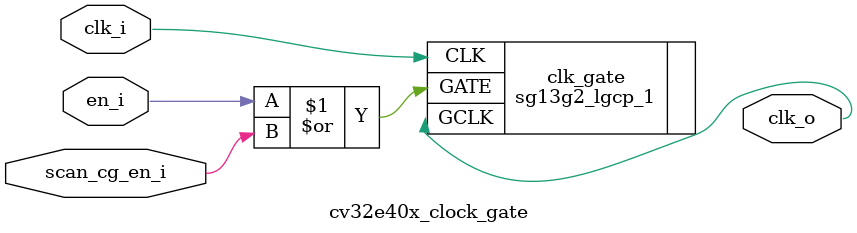
<source format=sv>


module cv32e40x_clock_gate
#(
  parameter LIB = 0
  )
(
    input  logic clk_i,
    input  logic en_i,
    input  logic scan_cg_en_i,
    output logic clk_o
  );

  /*sky130_fd_sc_hd__dlclkp_4 clk_gate (
    `ifdef USE_POWER_PINS
    .VPWR(1'b1),
    .VGND(1'b0),
    .VPB (1'b1),
    .VNB (1'b0),
    `endif
    .CLK(clk_i),
    .GATE(en_i | scan_cg_en_i),
    .GCLK(clk_o)
  );*/  
  
  sg13g2_lgcp_1 clk_gate (
      .CLK      (clk_i),
      .GATE     (en_i | scan_cg_en_i),
      .GCLK     (clk_o)
  );

endmodule // cv32e40x_clock_gate

</source>
